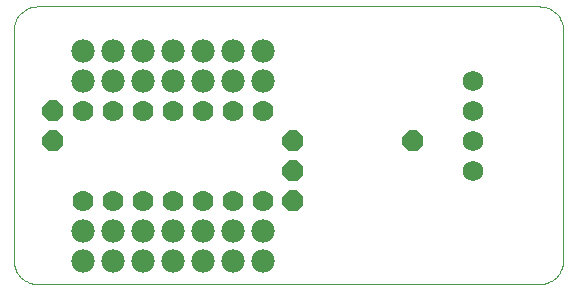
<source format=gbs>
G75*
%MOIN*%
%OFA0B0*%
%FSLAX24Y24*%
%IPPOS*%
%LPD*%
%AMOC8*
5,1,8,0,0,1.08239X$1,22.5*
%
%ADD10C,0.0000*%
%ADD11C,0.0004*%
%ADD12C,0.0000*%
%ADD13C,0.0700*%
%ADD14OC8,0.0700*%
%ADD15C,0.0690*%
%ADD16C,0.0780*%
D10*
X000102Y000888D02*
X000102Y008565D01*
X000889Y009352D02*
X017622Y009352D01*
X018409Y008565D02*
X018409Y000888D01*
D11*
X018409Y008565D02*
X018407Y008619D01*
X018402Y008672D01*
X018393Y008725D01*
X018380Y008777D01*
X018364Y008829D01*
X018344Y008879D01*
X018321Y008927D01*
X018294Y008974D01*
X018265Y009019D01*
X018232Y009062D01*
X018197Y009102D01*
X018159Y009140D01*
X018119Y009175D01*
X018076Y009208D01*
X018031Y009237D01*
X017984Y009264D01*
X017936Y009287D01*
X017886Y009307D01*
X017834Y009323D01*
X017782Y009336D01*
X017729Y009345D01*
X017676Y009350D01*
X017622Y009352D01*
X000889Y009352D02*
X000835Y009350D01*
X000782Y009345D01*
X000729Y009336D01*
X000677Y009323D01*
X000625Y009307D01*
X000575Y009287D01*
X000527Y009264D01*
X000480Y009237D01*
X000435Y009208D01*
X000392Y009175D01*
X000352Y009140D01*
X000314Y009102D01*
X000279Y009062D01*
X000246Y009019D01*
X000217Y008974D01*
X000190Y008927D01*
X000167Y008879D01*
X000147Y008829D01*
X000131Y008777D01*
X000118Y008725D01*
X000109Y008672D01*
X000104Y008619D01*
X000102Y008565D01*
D12*
X000889Y000100D02*
X017622Y000100D01*
X017622Y000101D02*
X017676Y000103D01*
X017729Y000108D01*
X017782Y000117D01*
X017834Y000130D01*
X017886Y000146D01*
X017936Y000166D01*
X017984Y000189D01*
X018031Y000216D01*
X018076Y000245D01*
X018119Y000278D01*
X018159Y000313D01*
X018197Y000351D01*
X018232Y000391D01*
X018265Y000434D01*
X018294Y000479D01*
X018321Y000526D01*
X018344Y000574D01*
X018364Y000624D01*
X018380Y000676D01*
X018393Y000728D01*
X018402Y000781D01*
X018407Y000834D01*
X018409Y000888D01*
X000889Y000101D02*
X000835Y000103D01*
X000782Y000108D01*
X000729Y000117D01*
X000677Y000130D01*
X000625Y000146D01*
X000575Y000166D01*
X000527Y000189D01*
X000480Y000216D01*
X000435Y000245D01*
X000392Y000278D01*
X000352Y000313D01*
X000314Y000351D01*
X000279Y000391D01*
X000246Y000434D01*
X000217Y000479D01*
X000190Y000526D01*
X000167Y000574D01*
X000147Y000624D01*
X000131Y000676D01*
X000118Y000728D01*
X000109Y000781D01*
X000104Y000834D01*
X000102Y000888D01*
D13*
X002421Y002864D03*
X003421Y002864D03*
X004421Y002864D03*
X005421Y002864D03*
X006421Y002864D03*
X007421Y002864D03*
X008421Y002864D03*
X008421Y005864D03*
X007421Y005864D03*
X006421Y005864D03*
X005421Y005864D03*
X004421Y005864D03*
X003421Y005864D03*
X002421Y005864D03*
D14*
X001421Y005864D03*
X001421Y004864D03*
X009421Y004864D03*
X009421Y003864D03*
X009421Y002864D03*
X013421Y004864D03*
D15*
X015421Y004864D03*
X015421Y005864D03*
X015421Y006864D03*
X015421Y003864D03*
D16*
X008421Y001864D03*
X007421Y001864D03*
X006421Y001864D03*
X005421Y001864D03*
X004421Y001864D03*
X003421Y001864D03*
X002421Y001864D03*
X002421Y000864D03*
X003421Y000864D03*
X004421Y000864D03*
X005421Y000864D03*
X006421Y000864D03*
X007421Y000864D03*
X008421Y000864D03*
X008421Y006864D03*
X007421Y006864D03*
X006421Y006864D03*
X005421Y006864D03*
X004421Y006864D03*
X003421Y006864D03*
X002421Y006864D03*
X002421Y007864D03*
X003421Y007864D03*
X004421Y007864D03*
X005421Y007864D03*
X006421Y007864D03*
X007421Y007864D03*
X008421Y007864D03*
M02*

</source>
